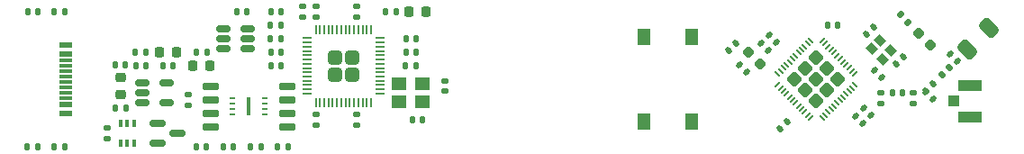
<source format=gbr>
%TF.GenerationSoftware,KiCad,Pcbnew,7.0.1*%
%TF.CreationDate,2023-04-19T15:23:08+02:00*%
%TF.ProjectId,rtl8762ckf-dev-board,72746c38-3736-4326-936b-662d6465762d,0.1.0*%
%TF.SameCoordinates,Original*%
%TF.FileFunction,Paste,Top*%
%TF.FilePolarity,Positive*%
%FSLAX46Y46*%
G04 Gerber Fmt 4.6, Leading zero omitted, Abs format (unit mm)*
G04 Created by KiCad (PCBNEW 7.0.1) date 2023-04-19 15:23:08*
%MOMM*%
%LPD*%
G01*
G04 APERTURE LIST*
G04 Aperture macros list*
%AMRoundRect*
0 Rectangle with rounded corners*
0 $1 Rounding radius*
0 $2 $3 $4 $5 $6 $7 $8 $9 X,Y pos of 4 corners*
0 Add a 4 corners polygon primitive as box body*
4,1,4,$2,$3,$4,$5,$6,$7,$8,$9,$2,$3,0*
0 Add four circle primitives for the rounded corners*
1,1,$1+$1,$2,$3*
1,1,$1+$1,$4,$5*
1,1,$1+$1,$6,$7*
1,1,$1+$1,$8,$9*
0 Add four rect primitives between the rounded corners*
20,1,$1+$1,$2,$3,$4,$5,0*
20,1,$1+$1,$4,$5,$6,$7,0*
20,1,$1+$1,$6,$7,$8,$9,0*
20,1,$1+$1,$8,$9,$2,$3,0*%
%AMRotRect*
0 Rectangle, with rotation*
0 The origin of the aperture is its center*
0 $1 length*
0 $2 width*
0 $3 Rotation angle, in degrees counterclockwise*
0 Add horizontal line*
21,1,$1,$2,0,0,$3*%
G04 Aperture macros list end*
%ADD10R,1.160000X0.600000*%
%ADD11R,1.160000X0.300000*%
%ADD12RoundRect,0.140000X-0.140000X-0.170000X0.140000X-0.170000X0.140000X0.170000X-0.140000X0.170000X0*%
%ADD13RoundRect,0.218750X-0.256250X0.218750X-0.256250X-0.218750X0.256250X-0.218750X0.256250X0.218750X0*%
%ADD14RoundRect,0.135000X-0.135000X-0.185000X0.135000X-0.185000X0.135000X0.185000X-0.135000X0.185000X0*%
%ADD15RoundRect,0.218750X0.218750X0.256250X-0.218750X0.256250X-0.218750X-0.256250X0.218750X-0.256250X0*%
%ADD16RoundRect,0.147500X0.017678X-0.226274X0.226274X-0.017678X-0.017678X0.226274X-0.226274X0.017678X0*%
%ADD17R,1.050000X1.000000*%
%ADD18R,2.200000X1.050000*%
%ADD19RoundRect,0.135000X0.135000X0.185000X-0.135000X0.185000X-0.135000X-0.185000X0.135000X-0.185000X0*%
%ADD20RoundRect,0.140000X0.021213X-0.219203X0.219203X-0.021213X-0.021213X0.219203X-0.219203X0.021213X0*%
%ADD21RoundRect,0.140000X0.170000X-0.140000X0.170000X0.140000X-0.170000X0.140000X-0.170000X-0.140000X0*%
%ADD22RoundRect,0.140000X0.219203X0.021213X0.021213X0.219203X-0.219203X-0.021213X-0.021213X-0.219203X0*%
%ADD23RoundRect,0.135000X-0.185000X0.135000X-0.185000X-0.135000X0.185000X-0.135000X0.185000X0.135000X0*%
%ADD24RoundRect,0.140000X-0.170000X0.140000X-0.170000X-0.140000X0.170000X-0.140000X0.170000X0.140000X0*%
%ADD25RoundRect,0.150000X-0.512500X-0.150000X0.512500X-0.150000X0.512500X0.150000X-0.512500X0.150000X0*%
%ADD26RoundRect,0.150000X0.650000X0.150000X-0.650000X0.150000X-0.650000X-0.150000X0.650000X-0.150000X0*%
%ADD27RoundRect,0.250000X0.212132X-0.707107X0.707107X-0.212132X-0.212132X0.707107X-0.707107X0.212132X0*%
%ADD28RoundRect,0.140000X-0.219203X-0.021213X-0.021213X-0.219203X0.219203X0.021213X0.021213X0.219203X0*%
%ADD29RoundRect,0.140000X-0.021213X0.219203X-0.219203X0.021213X0.021213X-0.219203X0.219203X-0.021213X0*%
%ADD30RoundRect,0.250000X0.466690X0.000000X0.000000X0.466690X-0.466690X0.000000X0.000000X-0.466690X0*%
%ADD31RoundRect,0.050000X0.282843X-0.212132X-0.212132X0.282843X-0.282843X0.212132X0.212132X-0.282843X0*%
%ADD32RoundRect,0.050000X0.282843X0.212132X0.212132X0.282843X-0.282843X-0.212132X-0.212132X-0.282843X0*%
%ADD33RoundRect,0.135000X0.226274X0.035355X0.035355X0.226274X-0.226274X-0.035355X-0.035355X-0.226274X0*%
%ADD34RoundRect,0.218750X0.335876X0.026517X0.026517X0.335876X-0.335876X-0.026517X-0.026517X-0.335876X0*%
%ADD35RoundRect,0.140000X0.140000X0.170000X-0.140000X0.170000X-0.140000X-0.170000X0.140000X-0.170000X0*%
%ADD36R,0.400000X0.650000*%
%ADD37R,1.300000X1.550000*%
%ADD38RoundRect,0.150000X0.512500X0.150000X-0.512500X0.150000X-0.512500X-0.150000X0.512500X-0.150000X0*%
%ADD39RotRect,0.900000X0.800000X135.000000*%
%ADD40R,0.600000X0.280000*%
%ADD41R,0.300000X1.700000*%
%ADD42RoundRect,0.249999X0.395001X-0.395001X0.395001X0.395001X-0.395001X0.395001X-0.395001X-0.395001X0*%
%ADD43RoundRect,0.050000X0.050000X-0.387500X0.050000X0.387500X-0.050000X0.387500X-0.050000X-0.387500X0*%
%ADD44RoundRect,0.050000X0.387500X-0.050000X0.387500X0.050000X-0.387500X0.050000X-0.387500X-0.050000X0*%
%ADD45RoundRect,0.147500X-0.147500X-0.172500X0.147500X-0.172500X0.147500X0.172500X-0.147500X0.172500X0*%
%ADD46RoundRect,0.150000X-0.587500X-0.150000X0.587500X-0.150000X0.587500X0.150000X-0.587500X0.150000X0*%
%ADD47R,1.400000X1.200000*%
G04 APERTURE END LIST*
D10*
%TO.C,J7*%
X133955000Y-123800000D03*
X133955000Y-124600000D03*
D11*
X133955000Y-125750000D03*
X133955000Y-126750000D03*
X133955000Y-127250000D03*
X133955000Y-128250000D03*
D10*
X133955000Y-129400000D03*
X133955000Y-130200000D03*
X133955000Y-130200000D03*
X133955000Y-129400000D03*
D11*
X133955000Y-128750000D03*
X133955000Y-127750000D03*
X133955000Y-126250000D03*
X133955000Y-125250000D03*
D10*
X133955000Y-124600000D03*
X133955000Y-123800000D03*
%TD*%
D12*
%TO.C,C1*%
X140490000Y-125730000D03*
X141450000Y-125730000D03*
%TD*%
D13*
%TO.C,FB1*%
X139065000Y-126847500D03*
X139065000Y-128422500D03*
%TD*%
D14*
%TO.C,R3*%
X146175000Y-124460000D03*
X147195000Y-124460000D03*
%TD*%
D15*
%TO.C,D3*%
X147472500Y-125730000D03*
X145897500Y-125730000D03*
%TD*%
D16*
%TO.C,L2*%
X216319053Y-126580947D03*
X217004947Y-125895053D03*
%TD*%
D17*
%TO.C,J6*%
X217390000Y-129032000D03*
D18*
X218915000Y-127557000D03*
X218915000Y-130507000D03*
%TD*%
D19*
%TO.C,R5*%
X131320000Y-133350000D03*
X130300000Y-133350000D03*
%TD*%
D20*
%TO.C,C12*%
X209210589Y-122767411D03*
X209889411Y-122088589D03*
%TD*%
D21*
%TO.C,C31*%
X156210000Y-121130000D03*
X156210000Y-120170000D03*
%TD*%
D12*
%TO.C,C26*%
X165890000Y-123190000D03*
X166850000Y-123190000D03*
%TD*%
%TO.C,C23*%
X148745000Y-133350000D03*
X149705000Y-133350000D03*
%TD*%
D22*
%TO.C,C18*%
X200745411Y-123529411D03*
X200066589Y-122850589D03*
%TD*%
D23*
%TO.C,R9*%
X145415000Y-128395000D03*
X145415000Y-129415000D03*
%TD*%
D19*
%TO.C,R10*%
X154815000Y-133350000D03*
X153795000Y-133350000D03*
%TD*%
%TO.C,R6*%
X133860000Y-120650000D03*
X132840000Y-120650000D03*
%TD*%
D24*
%TO.C,C30*%
X161290000Y-130330000D03*
X161290000Y-131290000D03*
%TD*%
D12*
%TO.C,C3*%
X146205000Y-133350000D03*
X147165000Y-133350000D03*
%TD*%
D25*
%TO.C,U1*%
X141102500Y-127320000D03*
X141102500Y-128270000D03*
X141102500Y-129220000D03*
X143377500Y-129220000D03*
X143377500Y-127320000D03*
%TD*%
D23*
%TO.C,R8*%
X137795000Y-131570000D03*
X137795000Y-132590000D03*
%TD*%
D26*
%TO.C,U7*%
X154730000Y-131445000D03*
X154730000Y-130175000D03*
X154730000Y-128905000D03*
X154730000Y-127635000D03*
X147530000Y-127635000D03*
X147530000Y-128905000D03*
X147530000Y-130175000D03*
X147530000Y-131445000D03*
%TD*%
D27*
%TO.C,AE1*%
X218684695Y-124215305D03*
X220735305Y-122164695D03*
%TD*%
D12*
%TO.C,C22*%
X138585000Y-125603000D03*
X139545000Y-125603000D03*
%TD*%
D28*
%TO.C,C17*%
X209972589Y-126152589D03*
X210651411Y-126831411D03*
%TD*%
D14*
%TO.C,F1*%
X138555000Y-129667000D03*
X139575000Y-129667000D03*
%TD*%
D29*
%TO.C,C9*%
X212683411Y-124882589D03*
X212004589Y-125561411D03*
%TD*%
D30*
%TO.C,U2*%
X204470000Y-129022325D03*
X205481163Y-128011163D03*
X206492325Y-127000000D03*
X203458837Y-128011163D03*
X204470000Y-127000000D03*
X205481163Y-125988837D03*
X202447675Y-127000000D03*
X203458837Y-125988837D03*
X204470000Y-124977675D03*
D31*
X205000330Y-130641600D03*
X205283173Y-130358757D03*
X205566016Y-130075914D03*
X205848858Y-129793072D03*
X206131701Y-129510229D03*
X206414544Y-129227386D03*
X206697386Y-128944544D03*
X206980229Y-128661701D03*
X207263072Y-128378858D03*
X207545914Y-128096016D03*
X207828757Y-127813173D03*
X208111600Y-127530330D03*
D32*
X208111600Y-126469670D03*
X207828757Y-126186827D03*
X207545914Y-125903984D03*
X207263072Y-125621142D03*
X206980229Y-125338299D03*
X206697386Y-125055456D03*
X206414544Y-124772614D03*
X206131701Y-124489771D03*
X205848858Y-124206928D03*
X205566016Y-123924086D03*
X205283173Y-123641243D03*
X205000330Y-123358400D03*
D31*
X203939670Y-123358400D03*
X203656827Y-123641243D03*
X203373984Y-123924086D03*
X203091142Y-124206928D03*
X202808299Y-124489771D03*
X202525456Y-124772614D03*
X202242614Y-125055456D03*
X201959771Y-125338299D03*
X201676928Y-125621142D03*
X201394086Y-125903984D03*
X201111243Y-126186827D03*
X200828400Y-126469670D03*
D32*
X200828400Y-127530330D03*
X201111243Y-127813173D03*
X201394086Y-128096016D03*
X201676928Y-128378858D03*
X201959771Y-128661701D03*
X202242614Y-128944544D03*
X202525456Y-129227386D03*
X202808299Y-129510229D03*
X203091142Y-129793072D03*
X203373984Y-130075914D03*
X203656827Y-130358757D03*
X203939670Y-130641600D03*
%TD*%
D14*
%TO.C,R13*%
X153160000Y-121920000D03*
X154180000Y-121920000D03*
%TD*%
D22*
%TO.C,C8*%
X217763411Y-125307411D03*
X217084589Y-124628589D03*
%TD*%
D12*
%TO.C,C35*%
X165890000Y-124460000D03*
X166850000Y-124460000D03*
%TD*%
D33*
%TO.C,R4*%
X213085624Y-121645624D03*
X212364376Y-120924376D03*
%TD*%
D19*
%TO.C,R2*%
X164975000Y-120650000D03*
X163955000Y-120650000D03*
%TD*%
%TO.C,R1*%
X141480000Y-124460000D03*
X140460000Y-124460000D03*
%TD*%
D34*
%TO.C,L3*%
X199184847Y-125524847D03*
X198071153Y-124411153D03*
%TD*%
D20*
%TO.C,C10*%
X201082589Y-131657411D03*
X201761411Y-130978589D03*
%TD*%
D34*
%TO.C,D4*%
X215186847Y-123746847D03*
X214073153Y-122633153D03*
%TD*%
D35*
%TO.C,C28*%
X154150000Y-125730000D03*
X153190000Y-125730000D03*
%TD*%
D24*
%TO.C,C25*%
X169545000Y-127155000D03*
X169545000Y-128115000D03*
%TD*%
D29*
%TO.C,C19*%
X196935411Y-123612589D03*
X196256589Y-124291411D03*
%TD*%
D24*
%TO.C,C5*%
X213614000Y-128298000D03*
X213614000Y-129258000D03*
%TD*%
D28*
%TO.C,C16*%
X208194589Y-130470589D03*
X208873411Y-131149411D03*
%TD*%
%TO.C,C11*%
X197272589Y-125644589D03*
X197951411Y-126323411D03*
%TD*%
D12*
%TO.C,C20*%
X130330000Y-120650000D03*
X131290000Y-120650000D03*
%TD*%
D35*
%TO.C,C29*%
X154150000Y-124460000D03*
X153190000Y-124460000D03*
%TD*%
D36*
%TO.C,Q3*%
X139050000Y-133030000D03*
X139700000Y-133030000D03*
X140350000Y-133030000D03*
X140350000Y-131130000D03*
X139700000Y-131130000D03*
X139050000Y-131130000D03*
%TD*%
D24*
%TO.C,C32*%
X157480000Y-130330000D03*
X157480000Y-131290000D03*
%TD*%
D35*
%TO.C,C21*%
X150975000Y-120650000D03*
X150015000Y-120650000D03*
%TD*%
D37*
%TO.C,SW1*%
X188250000Y-130975000D03*
X188250000Y-123025000D03*
X192750000Y-130975000D03*
X192750000Y-123025000D03*
%TD*%
D38*
%TO.C,U3*%
X150997500Y-124140000D03*
X150997500Y-123190000D03*
X150997500Y-122240000D03*
X148722500Y-122240000D03*
X148722500Y-123190000D03*
X148722500Y-124140000D03*
%TD*%
D39*
%TO.C,Y1*%
X211449883Y-124312066D03*
X210459934Y-123322117D03*
X209682117Y-124099934D03*
X210672066Y-125089883D03*
%TD*%
D40*
%TO.C,U5*%
X152637000Y-130290000D03*
X152637000Y-129790000D03*
X152637000Y-129290000D03*
X152637000Y-128790000D03*
X149623000Y-128790000D03*
X149623000Y-129290000D03*
X149623000Y-129790000D03*
X149623000Y-130290000D03*
D41*
X151130000Y-129540000D03*
%TD*%
D21*
%TO.C,C34*%
X161290000Y-121130000D03*
X161290000Y-120170000D03*
%TD*%
D42*
%TO.C,U6*%
X159220000Y-126530000D03*
X160820000Y-126530000D03*
X159220000Y-124930000D03*
X160820000Y-124930000D03*
D43*
X157420000Y-129167500D03*
X157820000Y-129167500D03*
X158220000Y-129167500D03*
X158620000Y-129167500D03*
X159020000Y-129167500D03*
X159420000Y-129167500D03*
X159820000Y-129167500D03*
X160220000Y-129167500D03*
X160620000Y-129167500D03*
X161020000Y-129167500D03*
X161420000Y-129167500D03*
X161820000Y-129167500D03*
X162220000Y-129167500D03*
X162620000Y-129167500D03*
D44*
X163457500Y-128330000D03*
X163457500Y-127930000D03*
X163457500Y-127530000D03*
X163457500Y-127130000D03*
X163457500Y-126730000D03*
X163457500Y-126330000D03*
X163457500Y-125930000D03*
X163457500Y-125530000D03*
X163457500Y-125130000D03*
X163457500Y-124730000D03*
X163457500Y-124330000D03*
X163457500Y-123930000D03*
X163457500Y-123530000D03*
X163457500Y-123130000D03*
D43*
X162620000Y-122292500D03*
X162220000Y-122292500D03*
X161820000Y-122292500D03*
X161420000Y-122292500D03*
X161020000Y-122292500D03*
X160620000Y-122292500D03*
X160220000Y-122292500D03*
X159820000Y-122292500D03*
X159420000Y-122292500D03*
X159020000Y-122292500D03*
X158620000Y-122292500D03*
X158220000Y-122292500D03*
X157820000Y-122292500D03*
X157420000Y-122292500D03*
D44*
X156582500Y-123130000D03*
X156582500Y-123530000D03*
X156582500Y-123930000D03*
X156582500Y-124330000D03*
X156582500Y-124730000D03*
X156582500Y-125130000D03*
X156582500Y-125530000D03*
X156582500Y-125930000D03*
X156582500Y-126330000D03*
X156582500Y-126730000D03*
X156582500Y-127130000D03*
X156582500Y-127530000D03*
X156582500Y-127930000D03*
X156582500Y-128330000D03*
%TD*%
D35*
%TO.C,C13*%
X206474000Y-121920000D03*
X205514000Y-121920000D03*
%TD*%
D19*
%TO.C,R14*%
X166880000Y-125730000D03*
X165860000Y-125730000D03*
%TD*%
D28*
%TO.C,C14*%
X208956589Y-129708589D03*
X209635411Y-130387411D03*
%TD*%
D29*
%TO.C,C7*%
X215477411Y-127422589D03*
X214798589Y-128101411D03*
%TD*%
D24*
%TO.C,C4*%
X210566000Y-128298000D03*
X210566000Y-129258000D03*
%TD*%
D21*
%TO.C,C33*%
X157480000Y-121130000D03*
X157480000Y-120170000D03*
%TD*%
D19*
%TO.C,R11*%
X152275000Y-133350000D03*
X151255000Y-133350000D03*
%TD*%
D15*
%TO.C,D1*%
X144297500Y-124460000D03*
X142722500Y-124460000D03*
%TD*%
D45*
%TO.C,L1*%
X211605000Y-128270000D03*
X212575000Y-128270000D03*
%TD*%
D46*
%TO.C,Q2*%
X142572500Y-131130000D03*
X142572500Y-133030000D03*
X144447500Y-132080000D03*
%TD*%
D19*
%TO.C,R12*%
X154180000Y-123190000D03*
X153160000Y-123190000D03*
%TD*%
D22*
%TO.C,C15*%
X199983411Y-124291411D03*
X199304589Y-123612589D03*
%TD*%
D35*
%TO.C,C27*%
X154150000Y-120650000D03*
X153190000Y-120650000D03*
%TD*%
D12*
%TO.C,C24*%
X166525000Y-130810000D03*
X167485000Y-130810000D03*
%TD*%
D22*
%TO.C,C6*%
X215477411Y-128863411D03*
X214798589Y-128184589D03*
%TD*%
D47*
%TO.C,Y2*%
X167470000Y-127420000D03*
X165270000Y-127420000D03*
X165270000Y-129120000D03*
X167470000Y-129120000D03*
%TD*%
D15*
%TO.C,D2*%
X167792500Y-120650000D03*
X166217500Y-120650000D03*
%TD*%
D12*
%TO.C,C2*%
X143030000Y-125730000D03*
X143990000Y-125730000D03*
%TD*%
D19*
%TO.C,R7*%
X133860000Y-133350000D03*
X132840000Y-133350000D03*
%TD*%
M02*

</source>
